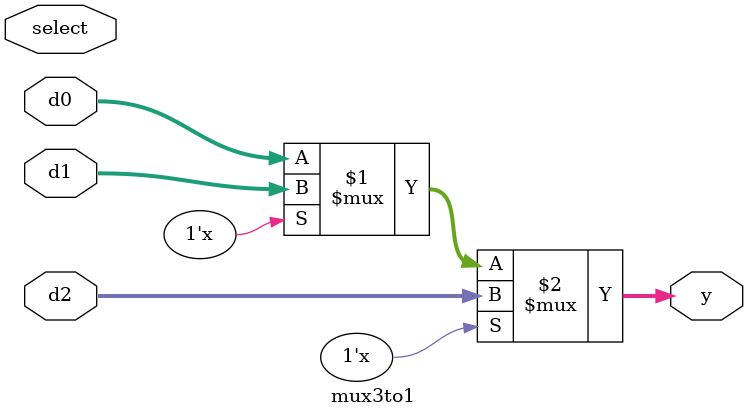
<source format=v>
`include "xgriscv_defines.v"
module mux2to1 
(
    input  [31:0] d0, d1,
    input              select,
    output [31:0] y
);

always @(*) begin
    case (s)
        1'b0: y = d0;
        1'b1: y = d1;
    endcase
end

endmodule


module mux3to1 
             (input  [31:0] d0, d1, d2,
              input  [1:0]       select, 
              output [31:0] y);

  assign  y = s[1] ? d2 : (s[0] ? d1 : d0); 
endmodule

</source>
